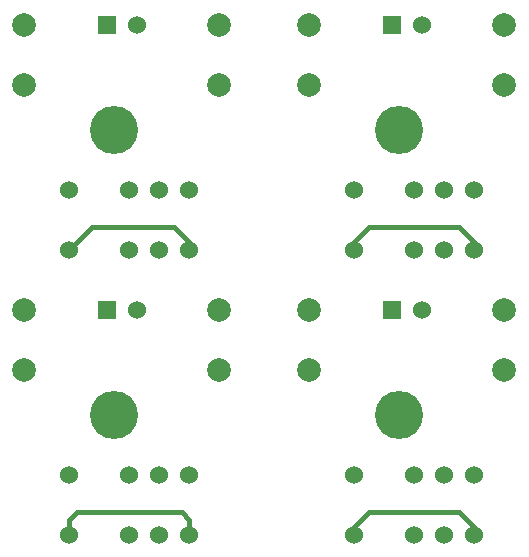
<source format=gtl>
G04 (created by PCBNEW (2013-07-07 BZR 4022)-stable) date 1/16/2015 9:29:06 PM*
%MOIN*%
G04 Gerber Fmt 3.4, Leading zero omitted, Abs format*
%FSLAX34Y34*%
G01*
G70*
G90*
G04 APERTURE LIST*
%ADD10C,0.00590551*%
%ADD11C,0.0787402*%
%ADD12C,0.06*%
%ADD13R,0.06X0.06*%
%ADD14C,0.16*%
%ADD15C,0.015*%
G04 APERTURE END LIST*
G54D10*
G54D11*
X21000Y-22500D03*
X21000Y-20500D03*
X27500Y-20500D03*
X27500Y-22500D03*
X21000Y-13000D03*
X21000Y-11000D03*
X18000Y-20500D03*
X18000Y-22500D03*
X11500Y-13000D03*
X11500Y-11000D03*
X27500Y-11000D03*
X27500Y-13000D03*
X11500Y-22500D03*
X11500Y-20500D03*
X18000Y-11000D03*
X18000Y-13000D03*
G54D12*
X22500Y-28000D03*
X24500Y-28000D03*
X25500Y-28000D03*
X26500Y-28000D03*
X26500Y-26000D03*
X25500Y-26000D03*
X24500Y-26000D03*
X22500Y-26000D03*
X13000Y-28000D03*
X15000Y-28000D03*
X16000Y-28000D03*
X17000Y-28000D03*
X17000Y-26000D03*
X16000Y-26000D03*
X15000Y-26000D03*
X13000Y-26000D03*
X22500Y-18500D03*
X24500Y-18500D03*
X25500Y-18500D03*
X26500Y-18500D03*
X26500Y-16500D03*
X25500Y-16500D03*
X24500Y-16500D03*
X22500Y-16500D03*
X13000Y-18500D03*
X15000Y-18500D03*
X16000Y-18500D03*
X17000Y-18500D03*
X17000Y-16500D03*
X16000Y-16500D03*
X15000Y-16500D03*
X13000Y-16500D03*
G54D13*
X23750Y-20500D03*
G54D12*
X24750Y-20500D03*
G54D13*
X14250Y-20500D03*
G54D12*
X15250Y-20500D03*
G54D13*
X23750Y-11000D03*
G54D12*
X24750Y-11000D03*
G54D13*
X14250Y-11000D03*
G54D12*
X15250Y-11000D03*
G54D14*
X14500Y-14500D03*
X24000Y-14500D03*
X14500Y-24000D03*
X24000Y-24000D03*
G54D15*
X17000Y-28000D02*
X17000Y-27500D01*
X13000Y-27500D02*
X13000Y-28000D01*
X13250Y-27250D02*
X13000Y-27500D01*
X16750Y-27250D02*
X13250Y-27250D01*
X17000Y-27500D02*
X16750Y-27250D01*
X26500Y-28000D02*
X26500Y-27750D01*
X22500Y-27750D02*
X22500Y-28000D01*
X23000Y-27250D02*
X22500Y-27750D01*
X26000Y-27250D02*
X23000Y-27250D01*
X26500Y-27750D02*
X26000Y-27250D01*
X26500Y-18500D02*
X26500Y-18250D01*
X22500Y-18250D02*
X22500Y-18500D01*
X23000Y-17750D02*
X22500Y-18250D01*
X26000Y-17750D02*
X23000Y-17750D01*
X26500Y-18250D02*
X26000Y-17750D01*
X17000Y-18500D02*
X17000Y-18250D01*
X13750Y-17750D02*
X13000Y-18500D01*
X16500Y-17750D02*
X13750Y-17750D01*
X17000Y-18250D02*
X16500Y-17750D01*
M02*

</source>
